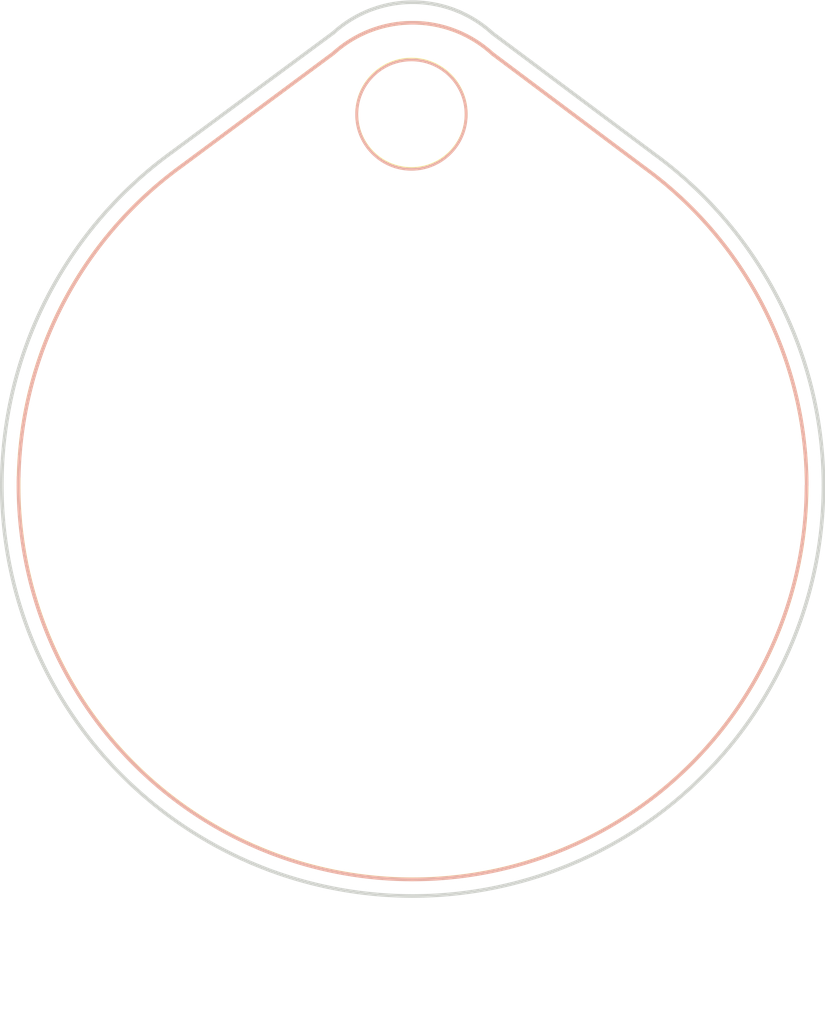
<source format=kicad_pcb>
(kicad_pcb (version 20171130) (host pcbnew "(5.1.2)-2")

  (general
    (thickness 1.6)
    (drawings 22)
    (tracks 0)
    (zones 0)
    (modules 1)
    (nets 1)
  )

  (page A4)
  (layers
    (0 F.Cu signal)
    (31 B.Cu signal)
    (32 B.Adhes user)
    (33 F.Adhes user)
    (34 B.Paste user)
    (35 F.Paste user)
    (36 B.SilkS user)
    (37 F.SilkS user)
    (38 B.Mask user)
    (39 F.Mask user)
    (40 Dwgs.User user)
    (41 Cmts.User user)
    (42 Eco1.User user)
    (43 Eco2.User user)
    (44 Edge.Cuts user)
    (45 Margin user)
    (46 B.CrtYd user)
    (47 F.CrtYd user)
    (48 B.Fab user)
    (49 F.Fab user)
  )

  (setup
    (last_trace_width 0.254)
    (trace_clearance 0.254)
    (zone_clearance 0.508)
    (zone_45_only no)
    (trace_min 0.1524)
    (via_size 0.6858)
    (via_drill 0.3302)
    (via_min_size 0.6858)
    (via_min_drill 0.3302)
    (uvia_size 0.3)
    (uvia_drill 0.1)
    (uvias_allowed no)
    (uvia_min_size 0.2)
    (uvia_min_drill 0.1)
    (edge_width 0.05)
    (segment_width 0.2)
    (pcb_text_width 0.3)
    (pcb_text_size 1.5 1.5)
    (mod_edge_width 0.12)
    (mod_text_size 1 1)
    (mod_text_width 0.15)
    (pad_size 1.524 1.524)
    (pad_drill 0.762)
    (pad_to_mask_clearance 0.051)
    (solder_mask_min_width 0.25)
    (aux_axis_origin 0 0)
    (visible_elements 7FFFFFFF)
    (pcbplotparams
      (layerselection 0x010f0_ffffffff)
      (usegerberextensions false)
      (usegerberattributes false)
      (usegerberadvancedattributes false)
      (creategerberjobfile false)
      (excludeedgelayer true)
      (linewidth 0.100000)
      (plotframeref false)
      (viasonmask false)
      (mode 1)
      (useauxorigin false)
      (hpglpennumber 1)
      (hpglpenspeed 20)
      (hpglpendiameter 15.000000)
      (psnegative false)
      (psa4output false)
      (plotreference true)
      (plotvalue true)
      (plotinvisibletext false)
      (padsonsilk false)
      (subtractmaskfromsilk true)
      (outputformat 1)
      (mirror false)
      (drillshape 0)
      (scaleselection 1)
      (outputdirectory "GERBERS/round_hole/"))
  )

  (net 0 "")

  (net_class Default "This is the default net class."
    (clearance 0.254)
    (trace_width 0.254)
    (via_dia 0.6858)
    (via_drill 0.3302)
    (uvia_dia 0.3)
    (uvia_drill 0.1)
  )

  (module MountingHole:MountingHole_3.2mm_M3 (layer F.Cu) (tedit 56D1B4CB) (tstamp 5D7F3420)
    (at 107.75 36.25)
    (descr "Mounting Hole 3.2mm, no annular, M3")
    (tags "mounting hole 3.2mm no annular m3")
    (attr virtual)
    (fp_text reference REF** (at 0 -4.2) (layer F.SilkS) hide
      (effects (font (size 1 1) (thickness 0.15)))
    )
    (fp_text value MountingHole_3.2mm_M3 (at 0 4.2) (layer F.Fab)
      (effects (font (size 1 1) (thickness 0.15)))
    )
    (fp_circle (center 0 0) (end 3.45 0) (layer F.CrtYd) (width 0.05))
    (fp_circle (center 0 0) (end 3.2 0) (layer Cmts.User) (width 0.15))
    (fp_text user %R (at 0.3 0) (layer F.Fab)
      (effects (font (size 1 1) (thickness 0.15)))
    )
    (pad 1 np_thru_hole circle (at 0 0) (size 3.2 3.2) (drill 3.2) (layers *.Cu *.Mask))
  )

  (gr_circle (center 107.75 36.263846) (end 110.013846 36.263846) (layer B.SilkS) (width 0.12) (tstamp 5D7F3478))
  (gr_circle (center 107.75 36.234436) (end 105.5 36.484436) (layer F.SilkS) (width 0.12))
  (gr_line (start 117.388744 38.463985) (end 111.098342 33.748794) (layer F.SilkS) (width 0.15) (tstamp 5D7F39E6))
  (gr_arc (start 107.800001 51.649999) (end 124.103757 51.6) (angle -53.8) (layer F.SilkS) (width 0.15) (tstamp 5D7F39E2))
  (gr_arc (start 107.793064 51.605018) (end 91.493064 51.255018) (angle -181.2) (layer B.SilkS) (width 0.15) (tstamp 5D7F39DA))
  (gr_arc (start 107.793064 51.605018) (end 91.493064 51.255018) (angle 52.9) (layer F.SilkS) (width 0.15) (tstamp 5D7F39D6))
  (gr_line (start 98.239928 38.393277) (end 104.520216 33.731574) (layer B.SilkS) (width 0.15) (tstamp 5D7F39C2))
  (gr_arc (start 107.800001 37.349999) (end 111.1 33.75) (angle -84.7) (layer B.SilkS) (width 0.15) (tstamp 5D7F39BC))
  (gr_line (start 117.390402 38.465191) (end 111.1 33.75) (layer B.SilkS) (width 0.15) (tstamp 5D7F37E9))
  (gr_line (start 98.239928 38.393277) (end 104.520216 33.731574) (layer F.SilkS) (width 0.15) (tstamp 5D7F37E5))
  (gr_arc (start 107.800001 37.349999) (end 111.1 33.75) (angle -84.7) (layer F.SilkS) (width 0.15) (tstamp 5D7F37E2))
  (gr_arc (start 107.8 51.6) (end 91.5 51.25) (angle -181.2300884) (layer F.SilkS) (width 0.15) (tstamp 5D7F36BC))
  (gr_arc (start 107.8 51.6) (end 91.5 51.25) (angle 52.9) (layer B.SilkS) (width 0.15) (tstamp 5D7F36BB))
  (gr_arc (start 107.800001 51.649999) (end 124.103757 51.6) (angle -53.8) (layer B.SilkS) (width 0.15) (tstamp 5D7F36BA))
  (dimension 17 (width 0.15) (layer Dwgs.User) (tstamp 5D7FA293)
    (gr_text "17.000 mm" (at 116.3 74.55) (layer Dwgs.User) (tstamp 5D7FA293)
      (effects (font (size 1 1) (thickness 0.15)))
    )
    (feature1 (pts (xy 124.8 51.55) (xy 124.8 73.836421)))
    (feature2 (pts (xy 107.8 51.55) (xy 107.8 73.836421)))
    (crossbar (pts (xy 107.8 73.25) (xy 124.8 73.25)))
    (arrow1a (pts (xy 124.8 73.25) (xy 123.673496 73.836421)))
    (arrow1b (pts (xy 124.8 73.25) (xy 123.673496 72.663579)))
    (arrow2a (pts (xy 107.8 73.25) (xy 108.926504 73.836421)))
    (arrow2b (pts (xy 107.8 73.25) (xy 108.926504 72.663579)))
  )
  (gr_arc (start 107.800001 36.499999) (end 111.1 32.9) (angle -84.7) (layer Edge.Cuts) (width 0.15) (tstamp 5D7E7807))
  (dimension 37 (width 0.15) (layer Dwgs.User)
    (gr_text "37.000 mm" (at 94.5 50.1 90) (layer Dwgs.User)
      (effects (font (size 1 1) (thickness 0.15)))
    )
    (feature1 (pts (xy 107.8 31.6) (xy 95.213579 31.6)))
    (feature2 (pts (xy 107.8 68.6) (xy 95.213579 68.6)))
    (crossbar (pts (xy 95.8 68.6) (xy 95.8 31.6)))
    (arrow1a (pts (xy 95.8 31.6) (xy 96.386421 32.726504)))
    (arrow1b (pts (xy 95.8 31.6) (xy 95.213579 32.726504)))
    (arrow2a (pts (xy 95.8 68.6) (xy 96.386421 67.473496)))
    (arrow2b (pts (xy 95.8 68.6) (xy 95.213579 67.473496)))
  )
  (gr_arc (start 107.800001 51.649999) (end 124.8 51.6) (angle -53.8041147) (layer Edge.Cuts) (width 0.15))
  (gr_arc (start 107.8 51.6) (end 90.8 51.6) (angle 54.07149754) (layer Edge.Cuts) (width 0.15))
  (gr_arc (start 107.8 51.6) (end 90.8 51.6) (angle -180) (layer Edge.Cuts) (width 0.15))
  (gr_line (start 97.824821 37.834253) (end 104.520216 32.881574) (layer Edge.Cuts) (width 0.15))
  (gr_line (start 117.798962 37.901427) (end 111.1 32.9) (layer Edge.Cuts) (width 0.15) (tstamp 5D7F73FB))

)

</source>
